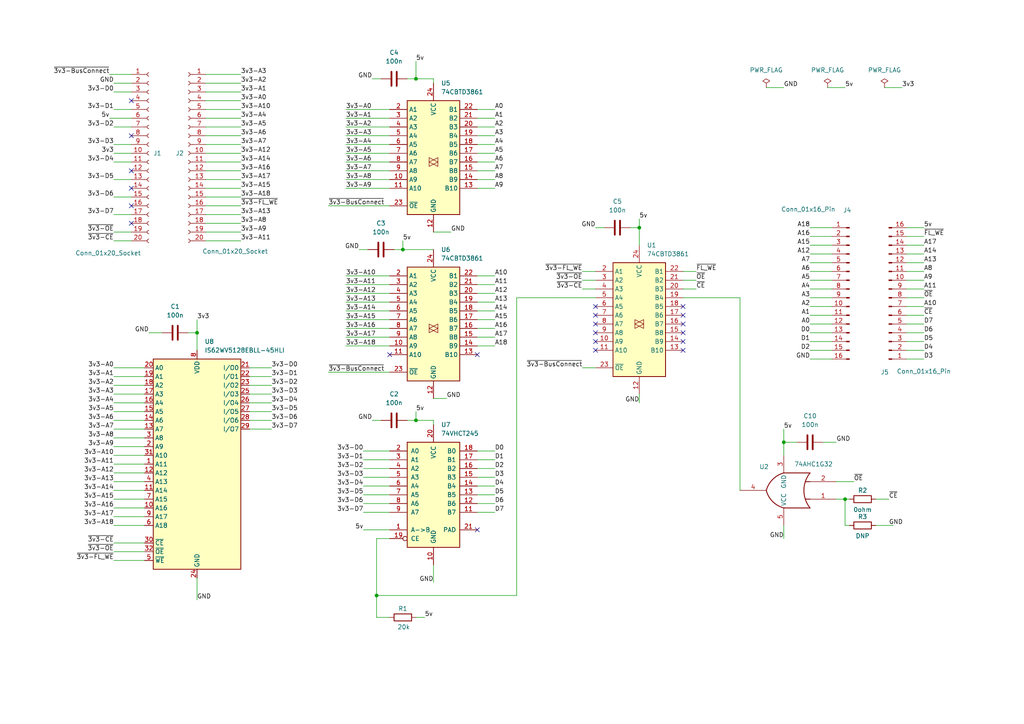
<source format=kicad_sch>
(kicad_sch (version 20231120) (generator "eeschema") (generator_version "8.0")
  (paper "A4")
  (title_block (title "Flying Rommey"))
  (lib_symbols
    (symbol "74xGxx:74AHC1G32"
      (property "Reference" "U" (at -2.54 3.81 0))
      (property "Value" "74AHC1G32" (at 0 -3.81 0))
      (symbol "74AHC1G32_0_1"
        (arc (start -7.62 -5.08) (mid -5.838 0) (end -7.62 5.08) (stroke (width 0.254)))
        (arc (start 0 -5.08) (mid 3.1986 -3.2054) (end 5.08 0) (stroke (width 0.254)))
        (polyline (pts (xy -7.62 -2.54) (xy -6.35 -2.54)) (stroke (width 0.254)) (fill (type background)))
        (polyline (pts (xy -7.62 2.54) (xy -6.35 2.54)) (stroke (width 0.254)) (fill (type background)))
        (polyline (pts (xy 0 -5.08) (xy -7.62 -5.08)) (stroke (width 0.254)) (fill (type background)))
        (polyline (pts (xy 0 5.08) (xy -7.62 5.08)) (stroke (width 0.254)) (fill (type background)))
        (arc (start 5.08 0) (mid 3.2238 3.2304) (end 0 5.08) (stroke (width 0.254)))
      )
      (symbol "74AHC1G32_1_1"
        (pin input line (at -15.24 2.54 0) (length 7.62) (name "~") (number "1"))
        (pin input line (at -15.24 -2.54 0) (length 7.62) (name "~") (number "2"))
        (pin power_in line (at 0 -10.16 90) (length 5.08) (name "GND") (number "3"))
        (pin output line (at 12.7 0 180) (length 7.62) (name "~") (number "4"))
        (pin power_in line (at 0 10.16 270) (length 5.08) (name "VCC") (number "5"))
      )
    )
    (symbol "Device:R" (pin_numbers hide) (pin_names (offset 0))
      (property "Reference" "R" (at 2.032 0 90))
      (property "Value" "R" (at 0 0 90))
      (symbol "R_0_1"
        (rectangle (start -1.016 -2.54) (end 1.016 2.54) (stroke (width 0.254)))
      )
      (symbol "R_1_1"
        (pin passive line (at 0 3.81 270) (length 1.27) (name "~") (number "1"))
        (pin passive line (at 0 -3.81 90) (length 1.27) (name "~") (number "2"))
      )
    )
    (symbol "JJG_Symbol_Library:74CBTD3861"
      (property "Reference" "U" (at -7.62 19.05 0))
      (property "Value" "74CBTD3861" (at -8.255 -16.51 0))
      (symbol "74CBTD3861_1_0"
        (polyline (pts (xy 1.27 0) (xy -1.27 1.27) (xy -1.27 -1.27) (xy 1.27 0)) (stroke (width 0.1524)))
        (polyline (pts (xy 1.27 1.27) (xy -1.27 0) (xy 1.27 -1.27) (xy 1.27 1.27)))
        (pin no_connect line (at 7.62 -12.7 180) (length 2.54) hide (name "NC") (number "1"))
        (pin passive line (at -12.7 -5.08 0) (length 5.08) (name "A9") (number "10"))
        (pin passive line (at -12.7 -7.62 0) (length 5.08) (name "A10") (number "11"))
        (pin power_in line (at 0 -20.32 90) (length 5.08) (name "GND") (number "12"))
        (pin passive line (at 12.7 -7.62 180) (length 5.08) (name "B10") (number "13"))
        (pin passive line (at 12.7 -5.08 180) (length 5.08) (name "B9") (number "14"))
        (pin passive line (at 12.7 -2.54 180) (length 5.08) (name "B8") (number "15"))
        (pin passive line (at 12.7 0 180) (length 5.08) (name "B7") (number "16"))
        (pin passive line (at 12.7 2.54 180) (length 5.08) (name "B6") (number "17"))
        (pin passive line (at 12.7 5.08 180) (length 5.08) (name "B5") (number "18"))
        (pin passive line (at 12.7 7.62 180) (length 5.08) (name "B4") (number "19"))
        (pin passive line (at -12.7 15.24 0) (length 5.08) (name "A1") (number "2"))
        (pin passive line (at 12.7 10.16 180) (length 5.08) (name "B3") (number "20"))
        (pin passive line (at 12.7 12.7 180) (length 5.08) (name "B2") (number "21"))
        (pin passive line (at 12.7 15.24 180) (length 5.08) (name "B1") (number "22"))
        (pin input line (at -12.7 -12.7 0) (length 5.08) (name "~{OE}") (number "23"))
        (pin power_in line (at 0 22.86 270) (length 5.08) (name "VCC") (number "24"))
        (pin passive line (at -12.7 12.7 0) (length 5.08) (name "A2") (number "3"))
        (pin passive line (at -12.7 10.16 0) (length 5.08) (name "A3") (number "4"))
        (pin passive line (at -12.7 7.62 0) (length 5.08) (name "A4") (number "5"))
        (pin passive line (at -12.7 5.08 0) (length 5.08) (name "A5") (number "6"))
        (pin passive line (at -12.7 2.54 0) (length 5.08) (name "A6") (number "7"))
        (pin passive line (at -12.7 0 0) (length 5.08) (name "A7") (number "8"))
        (pin passive line (at -12.7 -2.54 0) (length 5.08) (name "A8") (number "9"))
      )
      (symbol "74CBTD3861_1_1"
        (rectangle (start -7.62 17.78) (end 7.62 -15.24) (stroke (width 0.254)) (fill (type background)))
      )
    )
    (symbol "JJG_Symbol_Library:74HC245" (pin_names (offset 1.016)) (exclude_from_sim yes)
      (property "Reference" "U" (at 1.9559 20.32 0))
      (property "Value" "74VHCT245" (at 1.9559 17.78 0))
      (symbol "74HC245_1_0"
        (pin input line (at -12.7 -10.16 0) (length 5.08) (name "A->B") (number "1"))
        (pin input line (at 0 -20.32 90) (length 5.08) (name "GND") (number "10"))
        (pin tri_state line (at 12.7 -5.08 180) (length 5.08) (name "B7") (number "11"))
        (pin tri_state line (at 12.7 -2.54 180) (length 5.08) (name "B6") (number "12"))
        (pin tri_state line (at 12.7 0 180) (length 5.08) (name "B5") (number "13"))
        (pin tri_state line (at 12.7 2.54 180) (length 5.08) (name "B4") (number "14"))
        (pin tri_state line (at 12.7 5.08 180) (length 5.08) (name "B3") (number "15"))
        (pin tri_state line (at 12.7 7.62 180) (length 5.08) (name "B2") (number "16"))
        (pin tri_state line (at 12.7 10.16 180) (length 5.08) (name "B1") (number "17"))
        (pin tri_state line (at 12.7 12.7 180) (length 5.08) (name "B0") (number "18"))
        (pin input inverted (at -12.7 -12.7 0) (length 5.08) (name "CE") (number "19"))
        (pin tri_state line (at -12.7 12.7 0) (length 5.08) (name "A0") (number "2"))
        (pin input line (at 0 20.32 270) (length 5.08) (name "VCC") (number "20"))
        (pin tri_state line (at -12.7 10.16 0) (length 5.08) (name "A1") (number "3"))
        (pin tri_state line (at -12.7 7.62 0) (length 5.08) (name "A2") (number "4"))
        (pin tri_state line (at -12.7 5.08 0) (length 5.08) (name "A3") (number "5"))
        (pin tri_state line (at -12.7 2.54 0) (length 5.08) (name "A4") (number "6"))
        (pin tri_state line (at -12.7 0 0) (length 5.08) (name "A5") (number "7"))
        (pin tri_state line (at -12.7 -2.54 0) (length 5.08) (name "A6") (number "8"))
        (pin tri_state line (at -12.7 -5.08 0) (length 5.08) (name "A7") (number "9"))
      )
      (symbol "74HC245_1_1"
        (rectangle (start -7.62 15.24) (end 7.62 -15.24) (stroke (width 0.254)) (fill (type background)))
        (pin tri_state line (at 12.7 -10.16 180) (length 5.08) (name "PAD") (number "21"))
      )
    )
    (symbol "JJG_Symbol_Library:C" (pin_numbers hide) (pin_names (offset 0.254))
      (property "Reference" "C" (at 0.635 2.54 0))
      (property "Value" "C" (at 0.635 -2.54 0))
      (symbol "C_0_1"
        (polyline (pts (xy -2.032 -0.762) (xy 2.032 -0.762)) (stroke (width 0.508)))
        (polyline (pts (xy -2.032 0.762) (xy 2.032 0.762)) (stroke (width 0.508)))
      )
      (symbol "C_1_1"
        (pin passive line (at 0 3.81 270) (length 2.794) (name "~") (number "1"))
        (pin passive line (at 0 -3.81 90) (length 2.794) (name "~") (number "2"))
      )
    )
    (symbol "JJG_Symbol_Library:Conn_01x16_Pin" (pin_names (offset 1.016) hide)
      (property "Reference" "J" (at 0 20.32 0))
      (property "Value" "Conn_01x16_Pin" (at 0 -22.86 0))
      (symbol "Conn_01x16_Pin_1_1"
        (polyline (pts (xy 1.27 -20.32) (xy 0.8636 -20.32)) (stroke (width 0.1524)))
        (polyline (pts (xy 1.27 -17.78) (xy 0.8636 -17.78)) (stroke (width 0.1524)))
        (polyline (pts (xy 1.27 -15.24) (xy 0.8636 -15.24)) (stroke (width 0.1524)))
        (polyline (pts (xy 1.27 -12.7) (xy 0.8636 -12.7)) (stroke (width 0.1524)))
        (polyline (pts (xy 1.27 -10.16) (xy 0.8636 -10.16)) (stroke (width 0.1524)))
        (polyline (pts (xy 1.27 -7.62) (xy 0.8636 -7.62)) (stroke (width 0.1524)))
        (polyline (pts (xy 1.27 -5.08) (xy 0.8636 -5.08)) (stroke (width 0.1524)))
        (polyline (pts (xy 1.27 -2.54) (xy 0.8636 -2.54)) (stroke (width 0.1524)))
        (polyline (pts (xy 1.27 0) (xy 0.8636 0)) (stroke (width 0.1524)))
        (polyline (pts (xy 1.27 2.54) (xy 0.8636 2.54)) (stroke (width 0.1524)))
        (polyline (pts (xy 1.27 5.08) (xy 0.8636 5.08)) (stroke (width 0.1524)))
        (polyline (pts (xy 1.27 7.62) (xy 0.8636 7.62)) (stroke (width 0.1524)))
        (polyline (pts (xy 1.27 10.16) (xy 0.8636 10.16)) (stroke (width 0.1524)))
        (polyline (pts (xy 1.27 12.7) (xy 0.8636 12.7)) (stroke (width 0.1524)))
        (polyline (pts (xy 1.27 15.24) (xy 0.8636 15.24)) (stroke (width 0.1524)))
        (polyline (pts (xy 1.27 17.78) (xy 0.8636 17.78)) (stroke (width 0.1524)))
        (rectangle (start 0.8636 -20.193) (end 0 -20.447) (stroke (width 0.1524)) (fill (type outline)))
        (rectangle (start 0.8636 -17.653) (end 0 -17.907) (stroke (width 0.1524)) (fill (type outline)))
        (rectangle (start 0.8636 -15.113) (end 0 -15.367) (stroke (width 0.1524)) (fill (type outline)))
        (rectangle (start 0.8636 -12.573) (end 0 -12.827) (stroke (width 0.1524)) (fill (type outline)))
        (rectangle (start 0.8636 -10.033) (end 0 -10.287) (stroke (width 0.1524)) (fill (type outline)))
        (rectangle (start 0.8636 -7.493) (end 0 -7.747) (stroke (width 0.1524)) (fill (type outline)))
        (rectangle (start 0.8636 -4.953) (end 0 -5.207) (stroke (width 0.1524)) (fill (type outline)))
        (rectangle (start 0.8636 -2.413) (end 0 -2.667) (stroke (width 0.1524)) (fill (type outline)))
        (rectangle (start 0.8636 0.127) (end 0 -0.127) (stroke (width 0.1524)) (fill (type outline)))
        (rectangle (start 0.8636 2.667) (end 0 2.413) (stroke (width 0.1524)) (fill (type outline)))
        (rectangle (start 0.8636 5.207) (end 0 4.953) (stroke (width 0.1524)) (fill (type outline)))
        (rectangle (start 0.8636 7.747) (end 0 7.493) (stroke (width 0.1524)) (fill (type outline)))
        (rectangle (start 0.8636 10.287) (end 0 10.033) (stroke (width 0.1524)) (fill (type outline)))
        (rectangle (start 0.8636 12.827) (end 0 12.573) (stroke (width 0.1524)) (fill (type outline)))
        (rectangle (start 0.8636 15.367) (end 0 15.113) (stroke (width 0.1524)) (fill (type outline)))
        (rectangle (start 0.8636 17.907) (end 0 17.653) (stroke (width 0.1524)) (fill (type outline)))
        (pin passive line (at 5.08 17.78 180) (length 3.81) (name "Pin_1") (number "1"))
        (pin passive line (at 5.08 -5.08 180) (length 3.81) (name "Pin_10") (number "10"))
        (pin passive line (at 5.08 -7.62 180) (length 3.81) (name "Pin_11") (number "11"))
        (pin passive line (at 5.08 -10.16 180) (length 3.81) (name "Pin_12") (number "12"))
        (pin passive line (at 5.08 -12.7 180) (length 3.81) (name "Pin_13") (number "13"))
        (pin passive line (at 5.08 -15.24 180) (length 3.81) (name "Pin_14") (number "14"))
        (pin passive line (at 5.08 -17.78 180) (length 3.81) (name "Pin_15") (number "15"))
        (pin passive line (at 5.08 -20.32 180) (length 3.81) (name "Pin_16") (number "16"))
        (pin passive line (at 5.08 15.24 180) (length 3.81) (name "Pin_2") (number "2"))
        (pin passive line (at 5.08 12.7 180) (length 3.81) (name "Pin_3") (number "3"))
        (pin passive line (at 5.08 10.16 180) (length 3.81) (name "Pin_4") (number "4"))
        (pin passive line (at 5.08 7.62 180) (length 3.81) (name "Pin_5") (number "5"))
        (pin passive line (at 5.08 5.08 180) (length 3.81) (name "Pin_6") (number "6"))
        (pin passive line (at 5.08 2.54 180) (length 3.81) (name "Pin_7") (number "7"))
        (pin passive line (at 5.08 0 180) (length 3.81) (name "Pin_8") (number "8"))
        (pin passive line (at 5.08 -2.54 180) (length 3.81) (name "Pin_9") (number "9"))
      )
    )
    (symbol "JJG_Symbol_Library:Conn_01x20_Socket" (pin_names (offset 1.016) hide)
      (property "Reference" "J" (at 0 25.4 0))
      (property "Value" "Conn_01x20_Socket" (at 0 -27.94 0))
      (symbol "Conn_01x20_Socket_1_1"
        (arc (start 0 -24.892) (mid -0.5058 -25.4) (end 0 -25.908) (stroke (width 0.1524)))
        (arc (start 0 -22.352) (mid -0.5058 -22.86) (end 0 -23.368) (stroke (width 0.1524)))
        (arc (start 0 -19.812) (mid -0.5058 -20.32) (end 0 -20.828) (stroke (width 0.1524)))
        (arc (start 0 -17.272) (mid -0.5058 -17.78) (end 0 -18.288) (stroke (width 0.1524)))
        (arc (start 0 -14.732) (mid -0.5058 -15.24) (end 0 -15.748) (stroke (width 0.1524)))
        (arc (start 0 -12.192) (mid -0.5058 -12.7) (end 0 -13.208) (stroke (width 0.1524)))
        (arc (start 0 -9.652) (mid -0.5058 -10.16) (end 0 -10.668) (stroke (width 0.1524)))
        (arc (start 0 -7.112) (mid -0.5058 -7.62) (end 0 -8.128) (stroke (width 0.1524)))
        (arc (start 0 -4.572) (mid -0.5058 -5.08) (end 0 -5.588) (stroke (width 0.1524)))
        (arc (start 0 -2.032) (mid -0.5058 -2.54) (end 0 -3.048) (stroke (width 0.1524)))
        (polyline (pts (xy -1.27 -25.4) (xy -0.508 -25.4)) (stroke (width 0.1524)))
        (polyline (pts (xy -1.27 -22.86) (xy -0.508 -22.86)) (stroke (width 0.1524)))
        (polyline (pts (xy -1.27 -20.32) (xy -0.508 -20.32)) (stroke (width 0.1524)))
        (polyline (pts (xy -1.27 -17.78) (xy -0.508 -17.78)) (stroke (width 0.1524)))
        (polyline (pts (xy -1.27 -15.24) (xy -0.508 -15.24)) (stroke (width 0.1524)))
        (polyline (pts (xy -1.27 -12.7) (xy -0.508 -12.7)) (stroke (width 0.1524)))
        (polyline (pts (xy -1.27 -10.16) (xy -0.508 -10.16)) (stroke (width 0.1524)))
        (polyline (pts (xy -1.27 -7.62) (xy -0.508 -7.62)) (stroke (width 0.1524)))
        (polyline (pts (xy -1.27 -5.08) (xy -0.508 -5.08)) (stroke (width 0.1524)))
        (polyline (pts (xy -1.27 -2.54) (xy -0.508 -2.54)) (stroke (width 0.1524)))
        (polyline (pts (xy -1.27 0) (xy -0.508 0)) (stroke (width 0.1524)))
        (polyline (pts (xy -1.27 2.54) (xy -0.508 2.54)) (stroke (width 0.1524)))
        (polyline (pts (xy -1.27 5.08) (xy -0.508 5.08)) (stroke (width 0.1524)))
        (polyline (pts (xy -1.27 7.62) (xy -0.508 7.62)) (stroke (width 0.1524)))
        (polyline (pts (xy -1.27 10.16) (xy -0.508 10.16)) (stroke (width 0.1524)))
        (polyline (pts (xy -1.27 12.7) (xy -0.508 12.7)) (stroke (width 0.1524)))
        (polyline (pts (xy -1.27 15.24) (xy -0.508 15.24)) (stroke (width 0.1524)))
        (polyline (pts (xy -1.27 17.78) (xy -0.508 17.78)) (stroke (width 0.1524)))
        (polyline (pts (xy -1.27 20.32) (xy -0.508 20.32)) (stroke (width 0.1524)))
        (polyline (pts (xy -1.27 22.86) (xy -0.508 22.86)) (stroke (width 0.1524)))
        (arc (start 0 0.508) (mid -0.5058 0) (end 0 -0.508) (stroke (width 0.1524)))
        (arc (start 0 3.048) (mid -0.5058 2.54) (end 0 2.032) (stroke (width 0.1524)))
        (arc (start 0 5.588) (mid -0.5058 5.08) (end 0 4.572) (stroke (width 0.1524)))
        (arc (start 0 8.128) (mid -0.5058 7.62) (end 0 7.112) (stroke (width 0.1524)))
        (arc (start 0 10.668) (mid -0.5058 10.16) (end 0 9.652) (stroke (width 0.1524)))
        (arc (start 0 13.208) (mid -0.5058 12.7) (end 0 12.192) (stroke (width 0.1524)))
        (arc (start 0 15.748) (mid -0.5058 15.24) (end 0 14.732) (stroke (width 0.1524)))
        (arc (start 0 18.288) (mid -0.5058 17.78) (end 0 17.272) (stroke (width 0.1524)))
        (arc (start 0 20.828) (mid -0.5058 20.32) (end 0 19.812) (stroke (width 0.1524)))
        (arc (start 0 23.368) (mid -0.5058 22.86) (end 0 22.352) (stroke (width 0.1524)))
        (pin passive line (at -5.08 22.86 0) (length 3.81) (name "Pin_1") (number "1"))
        (pin passive line (at -5.08 0 0) (length 3.81) (name "Pin_10") (number "10"))
        (pin passive line (at -5.08 -2.54 0) (length 3.81) (name "Pin_11") (number "11"))
        (pin passive line (at -5.08 -5.08 0) (length 3.81) (name "Pin_12") (number "12"))
        (pin passive line (at -5.08 -7.62 0) (length 3.81) (name "Pin_13") (number "13"))
        (pin passive line (at -5.08 -10.16 0) (length 3.81) (name "Pin_14") (number "14"))
        (pin passive line (at -5.08 -12.7 0) (length 3.81) (name "Pin_15") (number "15"))
        (pin passive line (at -5.08 -15.24 0) (length 3.81) (name "Pin_16") (number "16"))
        (pin passive line (at -5.08 -17.78 0) (length 3.81) (name "Pin_17") (number "17"))
        (pin passive line (at -5.08 -20.32 0) (length 3.81) (name "Pin_18") (number "18"))
        (pin passive line (at -5.08 -22.86 0) (length 3.81) (name "Pin_19") (number "19"))
        (pin passive line (at -5.08 20.32 0) (length 3.81) (name "Pin_2") (number "2"))
        (pin passive line (at -5.08 -25.4 0) (length 3.81) (name "Pin_20") (number "20"))
        (pin passive line (at -5.08 17.78 0) (length 3.81) (name "Pin_3") (number "3"))
        (pin passive line (at -5.08 15.24 0) (length 3.81) (name "Pin_4") (number "4"))
        (pin passive line (at -5.08 12.7 0) (length 3.81) (name "Pin_5") (number "5"))
        (pin passive line (at -5.08 10.16 0) (length 3.81) (name "Pin_6") (number "6"))
        (pin passive line (at -5.08 7.62 0) (length 3.81) (name "Pin_7") (number "7"))
        (pin passive line (at -5.08 5.08 0) (length 3.81) (name "Pin_8") (number "8"))
        (pin passive line (at -5.08 2.54 0) (length 3.81) (name "Pin_9") (number "9"))
      )
    )
    (symbol "JJG_Symbol_Library:IS62WV5128EBLL-45HLI"
      (property "Reference" "U" (at -10.16 31.75 0))
      (property "Value" "IS62WV5128EBLL-45HLI" (at 12.7 31.75 0))
      (symbol "IS62WV5128EBLL-45HLI_0_1"
        (rectangle (start -12.7 30.48) (end 12.7 -30.48) (stroke (width 0.254)) (fill (type background)))
      )
      (symbol "IS62WV5128EBLL-45HLI_1_1"
        (pin input line (at -15.24 0 0) (length 2.54) (name "A11") (number "1"))
        (pin input line (at -15.24 -12.7 0) (length 2.54) (name "A16") (number "10"))
        (pin input line (at -15.24 -7.62 0) (length 2.54) (name "A14") (number "11"))
        (pin input line (at -15.24 -2.54 0) (length 2.54) (name "A12") (number "12"))
        (pin input line (at -15.24 10.16 0) (length 2.54) (name "A7") (number "13"))
        (pin input line (at -15.24 12.7 0) (length 2.54) (name "A6") (number "14"))
        (pin input line (at -15.24 15.24 0) (length 2.54) (name "A5") (number "15"))
        (pin input line (at -15.24 17.78 0) (length 2.54) (name "A4") (number "16"))
        (pin input line (at -15.24 20.32 0) (length 2.54) (name "A3") (number "17"))
        (pin input line (at -15.24 22.86 0) (length 2.54) (name "A2") (number "18"))
        (pin input line (at -15.24 25.4 0) (length 2.54) (name "A1") (number "19"))
        (pin input line (at -15.24 5.08 0) (length 2.54) (name "A9") (number "2"))
        (pin input line (at -15.24 27.94 0) (length 2.54) (name "A0") (number "20"))
        (pin bidirectional line (at 15.24 27.94 180) (length 2.54) (name "I/O0") (number "21"))
        (pin bidirectional line (at 15.24 25.4 180) (length 2.54) (name "I/O1") (number "22"))
        (pin bidirectional line (at 15.24 22.86 180) (length 2.54) (name "I/O2") (number "23"))
        (pin power_in line (at 0 -33.02 90) (length 2.54) (name "GND") (number "24"))
        (pin bidirectional line (at 15.24 20.32 180) (length 2.54) (name "I/O3") (number "25"))
        (pin bidirectional line (at 15.24 17.78 180) (length 2.54) (name "I/O4") (number "26"))
        (pin bidirectional line (at 15.24 15.24 180) (length 2.54) (name "I/O5") (number "27"))
        (pin bidirectional line (at 15.24 12.7 180) (length 2.54) (name "I/O6") (number "28"))
        (pin bidirectional line (at 15.24 10.16 180) (length 2.54) (name "I/O7") (number "29"))
        (pin input line (at -15.24 7.62 0) (length 2.54) (name "A8") (number "3"))
        (pin input line (at -15.24 -22.86 0) (length 2.54) (name "~{CE}") (number "30"))
        (pin input line (at -15.24 2.54 0) (length 2.54) (name "A10") (number "31"))
        (pin input line (at -15.24 -25.4 0) (length 2.54) (name "~{OE}") (number "32"))
        (pin input line (at -15.24 -5.08 0) (length 2.54) (name "A13") (number "4"))
        (pin input line (at -15.24 -27.94 0) (length 2.54) (name "~{WE}") (number "5"))
        (pin input line (at -15.24 -17.78 0) (length 2.54) (name "A18") (number "6"))
        (pin input line (at -15.24 -10.16 0) (length 2.54) (name "A15") (number "7"))
        (pin power_in line (at 0 33.02 270) (length 2.54) (name "VDD") (number "8"))
        (pin input line (at -15.24 -15.24 0) (length 2.54) (name "A17") (number "9"))
      )
    )
    (symbol "JJG_Symbol_Library:PWR_FLAG" (power) (pin_numbers hide) (pin_names (offset 0) hide)
      (property "Value" "PWR_FLAG" (at 0 3.81 0))
      (symbol "PWR_FLAG_0_0"
        (pin power_out line (at 0 0 90) (length 0) (name "~") (number "1"))
      )
      (symbol "PWR_FLAG_0_1"
        (polyline (pts (xy 0 0) (xy 0 1.27) (xy -1.016 1.905) (xy 0 2.54) (xy 1.016 1.905) (xy 0 1.27)))
      )
    )
  )
  (junction (at 120.65 121.92))
  (junction (at 116.84 72.39))
  (junction (at 109.22 172.72))
  (junction (at 57.15 96.52))
  (junction (at 245.11 144.78))
  (junction (at 120.65 22.86))
  (junction (at 185.42 66.04))
  (junction (at 227.33 128.27))
  (no_connect (at 198.12 99.06))
  (no_connect (at 38.1 64.77))
  (no_connect (at 172.72 91.44))
  (no_connect (at 38.1 59.69))
  (no_connect (at 38.1 49.53))
  (no_connect (at 198.12 101.6))
  (no_connect (at 113.03 102.87))
  (no_connect (at 138.43 153.67))
  (no_connect (at 172.72 93.98))
  (no_connect (at 172.72 99.06))
  (no_connect (at 172.72 96.52))
  (no_connect (at 172.72 88.9))
  (no_connect (at 38.1 39.37))
  (no_connect (at 172.72 101.6))
  (no_connect (at 198.12 96.52))
  (no_connect (at 198.12 91.44))
  (no_connect (at 38.1 54.61))
  (no_connect (at 198.12 93.98))
  (no_connect (at 38.1 29.21))
  (no_connect (at 198.12 88.9))
  (no_connect (at 138.43 102.87))
  (wire (pts (xy 262.89 96.52) (xy 267.97 96.52)))
  (wire (pts (xy 105.41 135.89) (xy 113.03 135.89)))
  (wire (pts (xy 227.33 128.27) (xy 227.33 132.08)))
  (wire (pts (xy 227.33 124.46) (xy 227.33 128.27)))
  (wire (pts (xy 120.65 179.07) (xy 123.19 179.07)))
  (wire (pts (xy 262.89 78.74) (xy 267.97 78.74)))
  (wire (pts (xy 120.65 22.86) (xy 125.73 22.86)))
  (wire (pts (xy 100.33 80.01) (xy 113.03 80.01)))
  (wire (pts (xy 100.33 44.45) (xy 113.03 44.45)))
  (wire (pts (xy 33.02 62.23) (xy 38.1 62.23)))
  (wire (pts (xy 100.33 82.55) (xy 113.03 82.55)))
  (wire (pts (xy 138.43 54.61) (xy 143.51 54.61)))
  (wire (pts (xy 262.89 68.58) (xy 267.97 68.58)))
  (wire (pts (xy 72.39 106.68) (xy 78.74 106.68)))
  (wire (pts (xy 254 152.4) (xy 259.08 152.4)))
  (wire (pts (xy 138.43 143.51) (xy 143.51 143.51)))
  (wire (pts (xy 234.95 86.36) (xy 241.3 86.36)))
  (wire (pts (xy 138.43 80.01) (xy 143.51 80.01)))
  (wire (pts (xy 125.73 24.13) (xy 125.73 22.86)))
  (wire (pts (xy 33.02 46.99) (xy 38.1 46.99)))
  (wire (pts (xy 59.69 44.45) (xy 69.85 44.45)))
  (wire (pts (xy 33.02 52.07) (xy 38.1 52.07)))
  (wire (pts (xy 33.02 44.45) (xy 38.1 44.45)))
  (wire (pts (xy 262.89 73.66) (xy 267.97 73.66)))
  (wire (pts (xy 227.33 128.27) (xy 231.14 128.27)))
  (wire (pts (xy 198.12 78.74) (xy 201.93 78.74)))
  (wire (pts (xy 33.02 149.86) (xy 41.91 149.86)))
  (wire (pts (xy 172.72 86.36) (xy 149.86 86.36)))
  (wire (pts (xy 95.25 59.69) (xy 113.03 59.69)))
  (wire (pts (xy 33.02 106.68) (xy 41.91 106.68)))
  (wire (pts (xy 234.95 93.98) (xy 241.3 93.98)))
  (wire (pts (xy 100.33 100.33) (xy 113.03 100.33)))
  (wire (pts (xy 138.43 52.07) (xy 143.51 52.07)))
  (wire (pts (xy 198.12 81.28) (xy 201.93 81.28)))
  (wire (pts (xy 138.43 146.05) (xy 143.51 146.05)))
  (wire (pts (xy 242.57 139.7) (xy 247.65 139.7)))
  (wire (pts (xy 245.11 144.78) (xy 245.11 152.4)))
  (wire (pts (xy 234.95 91.44) (xy 241.3 91.44)))
  (wire (pts (xy 105.41 133.35) (xy 113.03 133.35)))
  (wire (pts (xy 234.95 66.04) (xy 241.3 66.04)))
  (wire (pts (xy 59.69 64.77) (xy 69.85 64.77)))
  (wire (pts (xy 168.91 106.68) (xy 172.72 106.68)))
  (wire (pts (xy 238.76 128.27) (xy 242.57 128.27)))
  (wire (pts (xy 105.41 130.81) (xy 113.03 130.81)))
  (wire (pts (xy 57.15 96.52) (xy 57.15 101.6)))
  (wire (pts (xy 120.65 121.92) (xy 125.73 121.92)))
  (wire (pts (xy 185.42 66.04) (xy 185.42 71.12)))
  (wire (pts (xy 138.43 44.45) (xy 143.51 44.45)))
  (wire (pts (xy 33.02 69.85) (xy 38.1 69.85)))
  (wire (pts (xy 214.63 142.24) (xy 214.63 86.36)))
  (wire (pts (xy 104.14 72.39) (xy 106.68 72.39)))
  (wire (pts (xy 100.33 54.61) (xy 113.03 54.61)))
  (wire (pts (xy 72.39 109.22) (xy 78.74 109.22)))
  (wire (pts (xy 109.22 172.72) (xy 109.22 179.07)))
  (wire (pts (xy 33.02 129.54) (xy 41.91 129.54)))
  (wire (pts (xy 33.02 144.78) (xy 41.91 144.78)))
  (wire (pts (xy 59.69 67.31) (xy 69.85 67.31)))
  (wire (pts (xy 234.95 73.66) (xy 241.3 73.66)))
  (wire (pts (xy 59.69 31.75) (xy 69.85 31.75)))
  (wire (pts (xy 262.89 99.06) (xy 267.97 99.06)))
  (wire (pts (xy 33.02 109.22) (xy 41.91 109.22)))
  (wire (pts (xy 59.69 57.15) (xy 69.85 57.15)))
  (wire (pts (xy 138.43 130.81) (xy 143.51 130.81)))
  (wire (pts (xy 234.95 96.52) (xy 241.3 96.52)))
  (wire (pts (xy 234.95 78.74) (xy 241.3 78.74)))
  (wire (pts (xy 234.95 101.6) (xy 241.3 101.6)))
  (wire (pts (xy 118.11 121.92) (xy 120.65 121.92)))
  (wire (pts (xy 138.43 133.35) (xy 143.51 133.35)))
  (wire (pts (xy 33.02 134.62) (xy 41.91 134.62)))
  (wire (pts (xy 214.63 86.36) (xy 198.12 86.36)))
  (wire (pts (xy 33.02 127) (xy 41.91 127)))
  (wire (pts (xy 172.72 66.04) (xy 175.26 66.04)))
  (wire (pts (xy 57.15 92.71) (xy 57.15 96.52)))
  (wire (pts (xy 125.73 67.31) (xy 130.81 67.31)))
  (wire (pts (xy 240.03 25.4) (xy 245.11 25.4)))
  (wire (pts (xy 138.43 34.29) (xy 143.51 34.29)))
  (wire (pts (xy 72.39 116.84) (xy 78.74 116.84)))
  (wire (pts (xy 33.02 160.02) (xy 41.91 160.02)))
  (wire (pts (xy 113.03 179.07) (xy 109.22 179.07)))
  (wire (pts (xy 105.41 143.51) (xy 113.03 143.51)))
  (wire (pts (xy 245.11 152.4) (xy 246.38 152.4)))
  (wire (pts (xy 100.33 92.71) (xy 113.03 92.71)))
  (wire (pts (xy 138.43 39.37) (xy 143.51 39.37)))
  (wire (pts (xy 125.73 115.57) (xy 129.54 115.57)))
  (wire (pts (xy 33.02 31.75) (xy 38.1 31.75)))
  (wire (pts (xy 138.43 148.59) (xy 143.51 148.59)))
  (wire (pts (xy 234.95 76.2) (xy 241.3 76.2)))
  (wire (pts (xy 138.43 41.91) (xy 143.51 41.91)))
  (wire (pts (xy 72.39 119.38) (xy 78.74 119.38)))
  (wire (pts (xy 54.61 96.52) (xy 57.15 96.52)))
  (wire (pts (xy 33.02 57.15) (xy 38.1 57.15)))
  (wire (pts (xy 138.43 100.33) (xy 143.51 100.33)))
  (wire (pts (xy 138.43 49.53) (xy 143.51 49.53)))
  (wire (pts (xy 100.33 46.99) (xy 113.03 46.99)))
  (wire (pts (xy 100.33 90.17) (xy 113.03 90.17)))
  (wire (pts (xy 33.02 26.67) (xy 38.1 26.67)))
  (wire (pts (xy 100.33 36.83) (xy 113.03 36.83)))
  (wire (pts (xy 107.95 121.92) (xy 110.49 121.92)))
  (wire (pts (xy 100.33 31.75) (xy 113.03 31.75)))
  (wire (pts (xy 33.02 162.56) (xy 41.91 162.56)))
  (wire (pts (xy 138.43 90.17) (xy 143.51 90.17)))
  (wire (pts (xy 57.15 167.64) (xy 57.15 173.99)))
  (wire (pts (xy 182.88 66.04) (xy 185.42 66.04)))
  (wire (pts (xy 256.54 25.4) (xy 261.62 25.4)))
  (wire (pts (xy 262.89 81.28) (xy 267.97 81.28)))
  (wire (pts (xy 105.41 148.59) (xy 113.03 148.59)))
  (wire (pts (xy 43.18 96.52) (xy 46.99 96.52)))
  (wire (pts (xy 59.69 36.83) (xy 69.85 36.83)))
  (wire (pts (xy 72.39 121.92) (xy 78.74 121.92)))
  (wire (pts (xy 33.02 67.31) (xy 38.1 67.31)))
  (wire (pts (xy 105.41 146.05) (xy 113.03 146.05)))
  (wire (pts (xy 262.89 76.2) (xy 267.97 76.2)))
  (wire (pts (xy 59.69 59.69) (xy 69.85 59.69)))
  (wire (pts (xy 72.39 114.3) (xy 78.74 114.3)))
  (wire (pts (xy 138.43 95.25) (xy 143.51 95.25)))
  (wire (pts (xy 33.02 124.46) (xy 41.91 124.46)))
  (wire (pts (xy 105.41 153.67) (xy 113.03 153.67)))
  (wire (pts (xy 262.89 93.98) (xy 267.97 93.98)))
  (wire (pts (xy 168.91 83.82) (xy 172.72 83.82)))
  (wire (pts (xy 59.69 46.99) (xy 69.85 46.99)))
  (wire (pts (xy 116.84 69.85) (xy 116.84 72.39)))
  (wire (pts (xy 109.22 156.21) (xy 113.03 156.21)))
  (wire (pts (xy 114.3 72.39) (xy 116.84 72.39)))
  (wire (pts (xy 100.33 87.63) (xy 113.03 87.63)))
  (wire (pts (xy 100.33 34.29) (xy 113.03 34.29)))
  (wire (pts (xy 33.02 142.24) (xy 41.91 142.24)))
  (wire (pts (xy 234.95 81.28) (xy 241.3 81.28)))
  (wire (pts (xy 105.41 138.43) (xy 113.03 138.43)))
  (wire (pts (xy 168.91 81.28) (xy 172.72 81.28)))
  (wire (pts (xy 33.02 121.92) (xy 41.91 121.92)))
  (wire (pts (xy 107.95 22.86) (xy 110.49 22.86)))
  (wire (pts (xy 149.86 86.36) (xy 149.86 172.72)))
  (wire (pts (xy 234.95 99.06) (xy 241.3 99.06)))
  (wire (pts (xy 59.69 24.13) (xy 69.85 24.13)))
  (wire (pts (xy 118.11 22.86) (xy 120.65 22.86)))
  (wire (pts (xy 262.89 66.04) (xy 267.97 66.04)))
  (wire (pts (xy 245.11 144.78) (xy 246.38 144.78)))
  (wire (pts (xy 138.43 140.97) (xy 143.51 140.97)))
  (wire (pts (xy 138.43 87.63) (xy 143.51 87.63)))
  (wire (pts (xy 33.02 111.76) (xy 41.91 111.76)))
  (wire (pts (xy 198.12 83.82) (xy 201.93 83.82)))
  (wire (pts (xy 109.22 172.72) (xy 149.86 172.72)))
  (wire (pts (xy 138.43 97.79) (xy 143.51 97.79)))
  (wire (pts (xy 138.43 135.89) (xy 143.51 135.89)))
  (wire (pts (xy 59.69 49.53) (xy 69.85 49.53)))
  (wire (pts (xy 234.95 88.9) (xy 241.3 88.9)))
  (wire (pts (xy 262.89 71.12) (xy 267.97 71.12)))
  (wire (pts (xy 72.39 111.76) (xy 78.74 111.76)))
  (wire (pts (xy 100.33 85.09) (xy 113.03 85.09)))
  (wire (pts (xy 125.73 121.92) (xy 125.73 123.19)))
  (wire (pts (xy 125.73 163.83) (xy 125.73 168.91)))
  (wire (pts (xy 116.84 72.39) (xy 125.73 72.39)))
  (wire (pts (xy 234.95 104.14) (xy 241.3 104.14)))
  (wire (pts (xy 33.02 36.83) (xy 38.1 36.83)))
  (wire (pts (xy 59.69 21.59) (xy 69.85 21.59)))
  (wire (pts (xy 222.25 25.4) (xy 227.33 25.4)))
  (wire (pts (xy 138.43 85.09) (xy 143.51 85.09)))
  (wire (pts (xy 59.69 41.91) (xy 69.85 41.91)))
  (wire (pts (xy 234.95 71.12) (xy 241.3 71.12)))
  (wire (pts (xy 33.02 24.13) (xy 38.1 24.13)))
  (wire (pts (xy 262.89 88.9) (xy 267.97 88.9)))
  (wire (pts (xy 105.41 140.97) (xy 113.03 140.97)))
  (wire (pts (xy 120.65 119.38) (xy 120.65 121.92)))
  (wire (pts (xy 33.02 132.08) (xy 41.91 132.08)))
  (wire (pts (xy 100.33 39.37) (xy 113.03 39.37)))
  (wire (pts (xy 109.22 156.21) (xy 109.22 172.72)))
  (wire (pts (xy 138.43 36.83) (xy 143.51 36.83)))
  (wire (pts (xy 59.69 52.07) (xy 69.85 52.07)))
  (wire (pts (xy 168.91 78.74) (xy 172.72 78.74)))
  (wire (pts (xy 262.89 83.82) (xy 267.97 83.82)))
  (wire (pts (xy 33.02 157.48) (xy 41.91 157.48)))
  (wire (pts (xy 138.43 82.55) (xy 143.51 82.55)))
  (wire (pts (xy 33.02 114.3) (xy 41.91 114.3)))
  (wire (pts (xy 59.69 69.85) (xy 69.85 69.85)))
  (wire (pts (xy 138.43 92.71) (xy 143.51 92.71)))
  (wire (pts (xy 31.75 21.59) (xy 38.1 21.59)))
  (wire (pts (xy 120.65 17.78) (xy 120.65 22.86)))
  (wire (pts (xy 138.43 31.75) (xy 143.51 31.75)))
  (wire (pts (xy 262.89 91.44) (xy 267.97 91.44)))
  (wire (pts (xy 59.69 29.21) (xy 69.85 29.21)))
  (wire (pts (xy 185.42 63.5) (xy 185.42 66.04)))
  (wire (pts (xy 33.02 41.91) (xy 38.1 41.91)))
  (wire (pts (xy 242.57 144.78) (xy 245.11 144.78)))
  (wire (pts (xy 95.25 107.95) (xy 113.03 107.95)))
  (wire (pts (xy 59.69 39.37) (xy 69.85 39.37)))
  (wire (pts (xy 33.02 139.7) (xy 41.91 139.7)))
  (wire (pts (xy 234.95 83.82) (xy 241.3 83.82)))
  (wire (pts (xy 138.43 138.43) (xy 143.51 138.43)))
  (wire (pts (xy 33.02 137.16) (xy 41.91 137.16)))
  (wire (pts (xy 33.02 119.38) (xy 41.91 119.38)))
  (wire (pts (xy 59.69 34.29) (xy 69.85 34.29)))
  (wire (pts (xy 100.33 49.53) (xy 113.03 49.53)))
  (wire (pts (xy 100.33 52.07) (xy 113.03 52.07)))
  (wire (pts (xy 72.39 124.46) (xy 78.74 124.46)))
  (wire (pts (xy 59.69 54.61) (xy 69.85 54.61)))
  (wire (pts (xy 262.89 86.36) (xy 267.97 86.36)))
  (wire (pts (xy 254 144.78) (xy 257.81 144.78)))
  (wire (pts (xy 33.02 147.32) (xy 41.91 147.32)))
  (wire (pts (xy 31.75 34.29) (xy 38.1 34.29)))
  (wire (pts (xy 234.95 68.58) (xy 241.3 68.58)))
  (wire (pts (xy 33.02 116.84) (xy 41.91 116.84)))
  (wire (pts (xy 138.43 46.99) (xy 143.51 46.99)))
  (wire (pts (xy 262.89 101.6) (xy 267.97 101.6)))
  (wire (pts (xy 262.89 104.14) (xy 267.97 104.14)))
  (wire (pts (xy 33.02 152.4) (xy 41.91 152.4)))
  (wire (pts (xy 100.33 95.25) (xy 113.03 95.25)))
  (wire (pts (xy 185.42 114.3) (xy 185.42 116.84)))
  (wire (pts (xy 59.69 26.67) (xy 69.85 26.67)))
  (wire (pts (xy 227.33 152.4) (xy 227.33 156.21)))
  (wire (pts (xy 100.33 97.79) (xy 113.03 97.79)))
  (wire (pts (xy 59.69 62.23) (xy 69.85 62.23)))
  (wire (pts (xy 100.33 41.91) (xy 113.03 41.91)))
  (label "3v3-A6" (at 33.02 121.92 180))
  (label "3v3-D1" (at 78.74 109.22 0))
  (label "~{OE}" (at 201.93 81.28 0))
  (label "~{CE}" (at 267.97 91.44 0))
  (label "D6" (at 143.51 146.05 0))
  (label "A13" (at 267.97 76.2 0))
  (label "5v" (at 105.41 153.67 180))
  (label "3v3-A12" (at 100.33 85.09 0))
  (label "3v3-D6" (at 78.74 121.92 0))
  (label "3v3-A8" (at 33.02 127 180))
  (label "3v3-A11" (at 69.85 69.85 0))
  (label "5v" (at 120.65 119.38 0))
  (label "D7" (at 267.97 93.98 0))
  (label "3v3-D1" (at 33.02 31.75 180))
  (label "3v3-A3" (at 69.85 21.59 0))
  (label "3v3-D6" (at 105.41 146.05 180))
  (label "A16" (at 234.95 68.58 180))
  (label "5v" (at 116.84 69.85 0))
  (label "5v" (at 245.11 25.4 0))
  (label "A15" (at 143.51 92.71 0))
  (label "3v3-A0" (at 69.85 29.21 0))
  (label "GND" (at 57.15 173.99 0))
  (label "3v3-A13" (at 33.02 139.7 180))
  (label "~{3v3-FL_WE}" (at 69.85 59.69 0))
  (label "3v3-A14" (at 69.85 46.99 0))
  (label "~{3v3-OE}" (at 33.02 160.02 180))
  (label "3v3-A1" (at 69.85 26.67 0))
  (label "3v3-A2" (at 33.02 111.76 180))
  (label "3v3-A6" (at 69.85 39.37 0))
  (label "3v3-A4" (at 69.85 34.29 0))
  (label "GND" (at 130.81 67.31 0))
  (label "GND" (at 227.33 25.4 0))
  (label "A8" (at 143.51 52.07 0))
  (label "3v3-A12" (at 69.85 44.45 0))
  (label "3v3-A0" (at 100.33 31.75 0))
  (label "3v3-A0" (at 33.02 106.68 180))
  (label "3v3-A18" (at 69.85 57.15 0))
  (label "GND" (at 129.54 115.57 0))
  (label "~{CE}" (at 201.93 83.82 0))
  (label "A12" (at 234.95 73.66 180))
  (label "A16" (at 143.51 95.25 0))
  (label "A14" (at 267.97 73.66 0))
  (label "A1" (at 143.51 34.29 0))
  (label "3v3-D7" (at 78.74 124.46 0))
  (label "A14" (at 143.51 90.17 0))
  (label "~{FL_WE}" (at 267.97 68.58 0))
  (label "A1" (at 234.95 91.44 180))
  (label "3v3-D2" (at 78.74 111.76 0))
  (label "A11" (at 267.97 83.82 0))
  (label "5v" (at 185.42 63.5 0))
  (label "3v3-A18" (at 33.02 152.4 180))
  (label "3v3-A5" (at 33.02 119.38 180))
  (label "D6" (at 267.97 96.52 0))
  (label "3v3-A1" (at 100.33 34.29 0))
  (label "D0" (at 234.95 96.52 180))
  (label "A17" (at 267.97 71.12 0))
  (label "3v3-A16" (at 33.02 147.32 180))
  (label "3v3-A3" (at 100.33 39.37 0))
  (label "~{3v3-BusConnect}" (at 95.25 107.95 0))
  (label "3v3-A17" (at 100.33 97.79 0))
  (label "3v3-D3" (at 105.41 138.43 180))
  (label "A9" (at 267.97 81.28 0))
  (label "GND" (at 104.14 72.39 180))
  (label "D1" (at 234.95 99.06 180))
  (label "~{3v3-FL_WE}" (at 168.91 78.74 180))
  (label "3v3-D7" (at 105.41 148.59 180))
  (label "GND" (at 242.57 128.27 0))
  (label "3v3-A10" (at 69.85 31.75 0))
  (label "3v3-A7" (at 33.02 124.46 180))
  (label "3v3-D4" (at 78.74 116.84 0))
  (label "3v3-A9" (at 33.02 129.54 180))
  (label "GND" (at 172.72 66.04 180))
  (label "D5" (at 143.51 143.51 0))
  (label "~{3v3-OE}" (at 168.91 81.28 180))
  (label "3v3-D4" (at 105.41 140.97 180))
  (label "A7" (at 234.95 76.2 180))
  (label "A13" (at 143.51 87.63 0))
  (label "A18" (at 143.51 100.33 0))
  (label "D1" (at 143.51 133.35 0))
  (label "~{OE}" (at 247.65 139.7 0))
  (label "3v3-A4" (at 33.02 116.84 180))
  (label "3v3-D1" (at 105.41 133.35 180))
  (label "3v3-D0" (at 105.41 130.81 180))
  (label "A3" (at 143.51 39.37 0))
  (label "A7" (at 143.51 49.53 0))
  (label "D5" (at 267.97 99.06 0))
  (label "~{3v3-BusConnect}" (at 31.75 21.59 180))
  (label "A0" (at 143.51 31.75 0))
  (label "D4" (at 143.51 140.97 0))
  (label "GND" (at 33.02 24.13 180))
  (label "3v3-D4" (at 33.02 46.99 180))
  (label "A5" (at 143.51 44.45 0))
  (label "3v3-A14" (at 100.33 90.17 0))
  (label "3v3-A16" (at 100.33 95.25 0))
  (label "A8" (at 267.97 78.74 0))
  (label "D0" (at 143.51 130.81 0))
  (label "3v3-A13" (at 100.33 87.63 0))
  (label "3v3-A10" (at 33.02 132.08 180))
  (label "~{3v3-FL_WE}" (at 33.02 162.56 180))
  (label "3v3-A6" (at 100.33 46.99 0))
  (label "3v3-A15" (at 100.33 92.71 0))
  (label "3v3-A13" (at 69.85 62.23 0))
  (label "A10" (at 267.97 88.9 0))
  (label "3v3-D3" (at 33.02 41.91 180))
  (label "3v3-D6" (at 33.02 57.15 180))
  (label "A18" (at 234.95 66.04 180))
  (label "GND" (at 125.73 168.91 180))
  (label "3v3-A2" (at 69.85 24.13 0))
  (label "3v3-A8" (at 69.85 64.77 0))
  (label "5v" (at 227.33 124.46 0))
  (label "GND" (at 257.81 152.4 0))
  (label "A6" (at 234.95 78.74 180))
  (label "GND" (at 234.95 104.14 180))
  (label "~{3v3-CE}" (at 33.02 157.48 180))
  (label "GND" (at 227.33 156.21 180))
  (label "3v3-A8" (at 100.33 52.07 0))
  (label "~{CE}" (at 257.81 144.78 0))
  (label "3v3-A1" (at 33.02 109.22 180))
  (label "3v3-A7" (at 100.33 49.53 0))
  (label "A4" (at 234.95 83.82 180))
  (label "5v" (at 31.75 34.29 180))
  (label "3v3-D5" (at 105.41 143.51 180))
  (label "A17" (at 143.51 97.79 0))
  (label "GND" (at 107.95 22.86 180))
  (label "D7" (at 143.51 148.59 0))
  (label "3v3-D0" (at 78.74 106.68 0))
  (label "3v3-A12" (at 33.02 137.16 180))
  (label "3v3-D0" (at 33.02 26.67 180))
  (label "A5" (at 234.95 81.28 180))
  (label "D3" (at 143.51 138.43 0))
  (label "3v3-A15" (at 33.02 144.78 180))
  (label "3v3-A17" (at 69.85 52.07 0))
  (label "GND" (at 185.42 116.84 180))
  (label "A4" (at 143.51 41.91 0))
  (label "A6" (at 143.51 46.99 0))
  (label "3v3-A5" (at 69.85 36.83 0))
  (label "3v3-A4" (at 100.33 41.91 0))
  (label "D3" (at 267.97 104.14 0))
  (label "3v3-D5" (at 33.02 52.07 180))
  (label "3v3-A9" (at 69.85 67.31 0))
  (label "5v" (at 267.97 66.04 0))
  (label "3v3-A14" (at 33.02 142.24 180))
  (label "3v3-A15" (at 69.85 54.61 0))
  (label "3v3" (at 57.15 92.71 0))
  (label "3v3-A18" (at 100.33 100.33 0))
  (label "3v3-A16" (at 69.85 49.53 0))
  (label "3v3-A5" (at 100.33 44.45 0))
  (label "5v" (at 120.65 17.78 0))
  (label "3v3" (at 261.62 25.4 0))
  (label "A12" (at 143.51 85.09 0))
  (label "GND" (at 43.18 96.52 180))
  (label "~{3v3-BusConnect}" (at 168.91 106.68 180))
  (label "GND" (at 107.95 121.92 180))
  (label "5v" (at 123.19 179.07 0))
  (label "A10" (at 143.51 80.01 0))
  (label "~{3v3-CE}" (at 168.91 83.82 180))
  (label "A2" (at 143.51 36.83 0))
  (label "3v3-A10" (at 100.33 80.01 0))
  (label "3v3-A9" (at 100.33 54.61 0))
  (label "3v3-D7" (at 33.02 62.23 180))
  (label "~{OE}" (at 267.97 86.36 0))
  (label "D2" (at 234.95 101.6 180))
  (label "A0" (at 234.95 93.98 180))
  (label "3v3-D2" (at 33.02 36.83 180))
  (label "A15" (at 234.95 71.12 180))
  (label "~{3v3-BusConnect}" (at 95.25 59.69 0))
  (label "3v3-A7" (at 69.85 41.91 0))
  (label "A11" (at 143.51 82.55 0))
  (label "A9" (at 143.51 54.61 0))
  (label "3v3-A3" (at 33.02 114.3 180))
  (label "~{3v3-OE}" (at 33.02 67.31 180))
  (label "~{3v3-CE}" (at 33.02 69.85 180))
  (label "3v3-D5" (at 78.74 119.38 0))
  (label "3v3" (at 33.02 44.45 180))
  (label "A2" (at 234.95 88.9 180))
  (label "3v3-D2" (at 105.41 135.89 180))
  (label "A3" (at 234.95 86.36 180))
  (label "~{FL_WE}" (at 201.93 78.74 0))
  (label "3v3-A2" (at 100.33 36.83 0))
  (label "3v3-A11" (at 33.02 134.62 180))
  (label "3v3-A17" (at 33.02 149.86 180))
  (label "3v3-D3" (at 78.74 114.3 0))
  (label "D4" (at 267.97 101.6 0))
  (label "D2" (at 143.51 135.89 0))
  (label "3v3-A11" (at 100.33 82.55 0))
  (symbol (lib_id "JJG_Symbol_Library:PWR_FLAG") (at 222.25 25.4 0) (unit 1)
    (property "Reference" "#FLG03" (effects (hide yes)))
    (property "Value" "PWR_FLAG" (at 222.25 20.32 0))
    (property "Description" "Special symbol for telling ERC where power comes from" (effects (hide yes)))
  )
  (symbol (lib_id "JJG_Symbol_Library:Conn_01x16_Pin") (at 246.38 83.82 0) (mirror y) (unit 1)
    (property "Reference" "J4" (at 245.745 60.96 0))
    (property "Value" "Conn_01x16_Pin" (at 234.442 60.706 0))
    (property "Footprint" "Connector_PinHeader_2.54mm:PinHeader_1x16_P2.54mm_Vertical" (effects (hide yes)))
    (property "Description" "Generic connector, single row, 01x16, script generated" (effects (hide yes)))
  )
  (symbol (lib_id "JJG_Symbol_Library:PWR_FLAG") (at 256.54 25.4 0) (unit 1)
    (property "Reference" "#FLG01" (effects (hide yes)))
    (property "Value" "PWR_FLAG" (at 256.54 20.32 0))
    (property "Description" "Special symbol for telling ERC where power comes from" (effects (hide yes)))
  )
  (symbol (lib_id "JJG_Symbol_Library:Conn_01x20_Socket") (at 54.61 44.45 0) (mirror y) (unit 1)
    (property "Reference" "J2" (at 53.34 44.4499 0) (effects (justify left)))
    (property "Value" "Conn_01x20_Socket" (at 77.724 72.898 0) (effects (justify left)))
    (property "Footprint" "JJGTechnologies_Footprint_Library:PinSocket_2x10_P1.00mm_Vertical_SMD" (effects (hide yes)))
    (property "Datasheet" "FHBD-SS020G1NBWL-FA4" (effects (hide yes)))
    (property "Description" "Generic connector, single row, 01x20, script generated" (effects (hide yes)))
  )
  (symbol (lib_id "JJG_Symbol_Library:74CBTD3861") (at 125.73 95.25 0) (unit 1)
    (property "Reference" "U6" (at 127.9241 72.39 0) (effects (justify left)))
    (property "Value" "74CBTD3861" (at 127.9241 74.93 0) (effects (justify left)))
    (property "Footprint" "Package_SO:SSOP-24_3.9x8.7mm_P0.635mm" (effects (hide yes)))
    (property "Datasheet" "https://www.ti.com/lit/ds/symlink/sn74cbtd3861.pdf" (effects (hide yes)))
    (property "Description" "10-bit FET Bus switch" (effects (hide yes)))
  )
  (symbol (lib_id "74xGxx:74AHC1G32") (at 227.33 142.24 180) (unit 1)
    (property "Reference" "U2" (at 220.218 135.382 0) (effects (justify right)))
    (property "Value" "74AHC1G32" (at 230.3465 134.62 0) (effects (justify right)))
    (property "Footprint" "Package_TO_SOT_SMD:SOT-353_SC-70-5" (effects (hide yes)))
    (property "Datasheet" "https://www.digikey.com/en/products/detail/texas-instruments/SN74AHC1G32DBVR/276737" (effects (hide yes)))
    (property "Description" "Single OR Gate, Low-Voltage CMOS" (effects (hide yes)))
  )
  (symbol (lib_id "JJG_Symbol_Library:PWR_FLAG") (at 240.03 25.4 0) (unit 1)
    (property "Reference" "#FLG02" (effects (hide yes)))
    (property "Value" "PWR_FLAG" (at 240.03 20.32 0))
    (property "Description" "Special symbol for telling ERC where power comes from" (effects (hide yes)))
  )
  (symbol (lib_id "JJG_Symbol_Library:C") (at 114.3 121.92 270) (unit 1)
    (property "Reference" "C2" (at 114.3 114.3 90))
    (property "Value" "100n" (at 114.3 116.84 90))
    (property "Footprint" "Capacitor_SMD:C_0603_1608Metric" (effects (hide yes)))
    (property "Description" "Unpolarized capacitor" (effects (hide yes)))
  )
  (symbol (lib_id "JJG_Symbol_Library:Conn_01x16_Pin") (at 257.81 86.36 0) (mirror x) (unit 1)
    (property "Reference" "J5" (at 257.81 107.95 0) (effects (justify right)))
    (property "Value" "Conn_01x16_Pin" (at 275.844 107.696 0) (effects (justify right)))
    (property "Footprint" "Connector_PinHeader_2.54mm:PinHeader_1x16_P2.54mm_Vertical" (effects (hide yes)))
    (property "Description" "Generic connector, single row, 01x16, script generated" (effects (hide yes)))
  )
  (symbol (lib_id "Device:R") (at 250.19 144.78 90) (unit 1)
    (property "Reference" "R2" (at 250.19 142.24 90))
    (property "Value" "0ohm" (at 250.19 147.828 90))
    (property "Footprint" "Resistor_SMD:R_0402_1005Metric" (effects (hide yes)))
    (property "Description" "Resistor" (effects (hide yes)))
  )
  (symbol (lib_id "JJG_Symbol_Library:74HC245") (at 125.73 143.51 0) (unit 1) (exclude_from_sim yes)
    (property "Reference" "U7" (at 127.9241 123.19 0) (effects (justify left)))
    (property "Value" "74VHCT245" (at 127.9241 125.73 0) (effects (justify left)))
    (property "Footprint" "Package_DFN_QFN:DHVQFN-20-1EP_2.5x4.5mm_P0.5mm_EP1x3mm" (effects (hide yes)))
    (property "Datasheet" "https://assets.nexperia.com/documents/data-sheet/74VHC_VHCT245.pdf" (effects (hide yes)))
    (property "Description" "Octal BUS Transceivers, 3-State outputs" (effects (hide yes)))
  )
  (symbol (lib_id "JJG_Symbol_Library:C") (at 179.07 66.04 270) (unit 1)
    (property "Reference" "C5" (at 179.07 58.42 90))
    (property "Value" "100n" (at 179.07 60.96 90))
    (property "Footprint" "Capacitor_SMD:C_0603_1608Metric" (effects (hide yes)))
    (property "Description" "Unpolarized capacitor" (effects (hide yes)))
  )
  (symbol (lib_id "JJG_Symbol_Library:C") (at 110.49 72.39 270) (unit 1)
    (property "Reference" "C3" (at 110.49 64.77 90))
    (property "Value" "100n" (at 110.49 67.31 90))
    (property "Footprint" "Capacitor_SMD:C_0603_1608Metric" (effects (hide yes)))
    (property "Description" "Unpolarized capacitor" (effects (hide yes)))
  )
  (symbol (lib_id "JJG_Symbol_Library:C") (at 114.3 22.86 270) (unit 1)
    (property "Reference" "C4" (at 114.3 15.24 90))
    (property "Value" "100n" (at 114.3 17.78 90))
    (property "Footprint" "Capacitor_SMD:C_0603_1608Metric" (effects (hide yes)))
    (property "Description" "Unpolarized capacitor" (effects (hide yes)))
  )
  (symbol (lib_id "Device:R") (at 250.19 152.4 90) (unit 1)
    (property "Reference" "R3" (at 250.19 149.86 90))
    (property "Value" "DNP" (at 250.19 155.448 90))
    (property "Footprint" "Resistor_SMD:R_0402_1005Metric" (effects (hide yes)))
    (property "Description" "Resistor" (effects (hide yes)))
  )
  (symbol (lib_id "JJG_Symbol_Library:C") (at 50.8 96.52 270) (unit 1)
    (property "Reference" "C1" (at 50.8 88.9 90))
    (property "Value" "100n" (at 50.8 91.44 90))
    (property "Footprint" "Capacitor_SMD:C_0603_1608Metric" (effects (hide yes)))
    (property "Description" "Unpolarized capacitor" (effects (hide yes)))
  )
  (symbol (lib_id "JJG_Symbol_Library:IS62WV5128EBLL-45HLI") (at 57.15 134.62 0) (unit 1)
    (property "Reference" "U8" (at 59.3441 99.06 0) (effects (justify left)))
    (property "Value" "IS62WV5128EBLL-45HLI" (at 59.3441 101.6 0) (effects (justify left)))
    (property "Footprint" "Package_SO:TSOP-I-32_11.8x8mm_P0.5mm" (effects (hide yes)))
    (property "Datasheet" "https://www.issi.com/WW/pdf/62-65WV5128EALL-BLL.pdf" (effects (hide yes)))
    (property "Description" "512K x 8 HIGH-SPEED CMOS STATIC RAM, 45ns, Package_SO:TSOP-I-32_11.8x8mm_P0.5mm" (effects (hide yes)))
  )
  (symbol (lib_id "JJG_Symbol_Library:74CBTD3861") (at 185.42 93.98 0) (unit 1)
    (property "Reference" "U1" (at 187.6141 71.12 0) (effects (justify left)))
    (property "Value" "74CBTD3861" (at 187.6141 73.66 0) (effects (justify left)))
    (property "Footprint" "Package_SO:SSOP-24_3.9x8.7mm_P0.635mm" (effects (hide yes)))
    (property "Datasheet" "https://www.ti.com/lit/ds/symlink/sn74cbtd3861.pdf" (effects (hide yes)))
    (property "Description" "10-bit FET Bus switch" (effects (hide yes)))
  )
  (symbol (lib_id "JJG_Symbol_Library:C") (at 234.95 128.27 270) (unit 1)
    (property "Reference" "C10" (at 234.95 120.65 90))
    (property "Value" "100n" (at 234.95 123.19 90))
    (property "Footprint" "Capacitor_SMD:C_0603_1608Metric" (effects (hide yes)))
    (property "Description" "Unpolarized capacitor" (effects (hide yes)))
  )
  (symbol (lib_id "Device:R") (at 116.84 179.07 90) (unit 1)
    (property "Reference" "R1" (at 116.84 176.53 90))
    (property "Value" "20k" (at 117.094 181.864 90))
    (property "Footprint" "Resistor_SMD:R_0402_1005Metric" (effects (hide yes)))
    (property "Description" "Resistor" (effects (hide yes)))
  )
  (symbol (lib_id "JJG_Symbol_Library:74CBTD3861") (at 125.73 46.99 0) (unit 1)
    (property "Reference" "U5" (at 127.9241 24.13 0) (effects (justify left)))
    (property "Value" "74CBTD3861" (at 127.9241 26.67 0) (effects (justify left)))
    (property "Footprint" "Package_SO:SSOP-24_3.9x8.7mm_P0.635mm" (effects (hide yes)))
    (property "Datasheet" "https://www.ti.com/lit/ds/symlink/sn74cbtd3861.pdf" (effects (hide yes)))
    (property "Description" "10-bit FET Bus switch" (effects (hide yes)))
  )
  (symbol (lib_id "JJG_Symbol_Library:Conn_01x20_Socket") (at 43.18 44.45 0) (unit 1)
    (property "Reference" "J1" (at 44.45 44.4499 0) (effects (justify left)))
    (property "Value" "Conn_01x20_Socket" (at 21.844 73.406 0) (effects (justify left)))
    (property "Footprint" "JJGTechnologies_Footprint_Library:PinSocket_2x10_P1.00mm_Vertical_SMD" (effects (hide yes)))
    (property "Datasheet" "FHBD-SS020G1NBWL-FA4" (effects (hide yes)))
    (property "Description" "Generic connector, single row, 01x20, script generated" (effects (hide yes)))
  )
)
</source>
